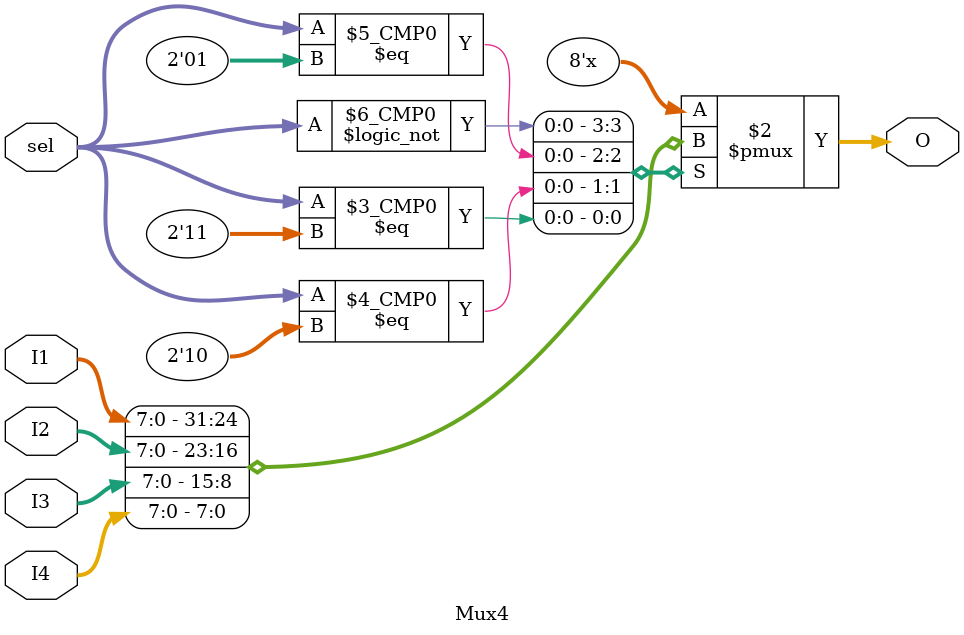
<source format=v>
`timescale 1ns / 1ps
module Mux4 #(parameter busSize=8)
  (input [busSize-1:0] I1, I2, I3, I4,
   input [1:0] sel,
   output reg [busSize-1:0] O);
   always@(*)
		case(sel)
			2'b00 : O<=I1;
			2'b01 : O<=I2;
			2'b10 : O<=I3;
			2'b11 : O<=I4;
			default : O<=I1;
		endcase
 endmodule
</source>
